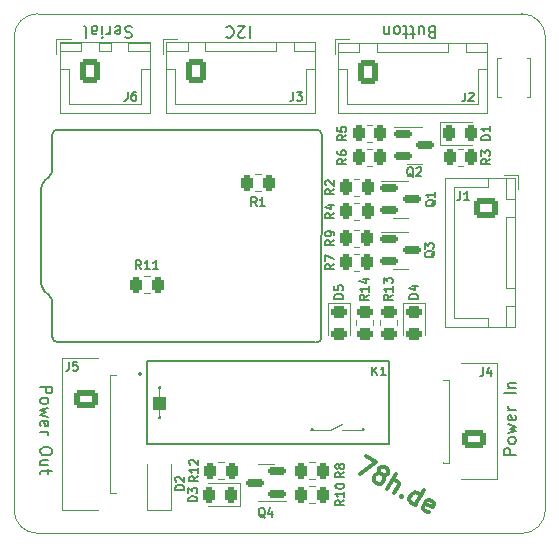
<source format=gto>
G04 #@! TF.GenerationSoftware,KiCad,Pcbnew,(6.0.7)*
G04 #@! TF.CreationDate,2022-12-11T16:42:55+01:00*
G04 #@! TF.ProjectId,StartStop_PCB,53746172-7453-4746-9f70-5f5043422e6b,rev?*
G04 #@! TF.SameCoordinates,Original*
G04 #@! TF.FileFunction,Legend,Top*
G04 #@! TF.FilePolarity,Positive*
%FSLAX46Y46*%
G04 Gerber Fmt 4.6, Leading zero omitted, Abs format (unit mm)*
G04 Created by KiCad (PCBNEW (6.0.7)) date 2022-12-11 16:42:55*
%MOMM*%
%LPD*%
G01*
G04 APERTURE LIST*
G04 Aperture macros list*
%AMRoundRect*
0 Rectangle with rounded corners*
0 $1 Rounding radius*
0 $2 $3 $4 $5 $6 $7 $8 $9 X,Y pos of 4 corners*
0 Add a 4 corners polygon primitive as box body*
4,1,4,$2,$3,$4,$5,$6,$7,$8,$9,$2,$3,0*
0 Add four circle primitives for the rounded corners*
1,1,$1+$1,$2,$3*
1,1,$1+$1,$4,$5*
1,1,$1+$1,$6,$7*
1,1,$1+$1,$8,$9*
0 Add four rect primitives between the rounded corners*
20,1,$1+$1,$2,$3,$4,$5,0*
20,1,$1+$1,$4,$5,$6,$7,0*
20,1,$1+$1,$6,$7,$8,$9,0*
20,1,$1+$1,$8,$9,$2,$3,0*%
G04 Aperture macros list end*
%ADD10C,0.300000*%
G04 #@! TA.AperFunction,Profile*
%ADD11C,0.100000*%
G04 #@! TD*
%ADD12C,0.150000*%
%ADD13C,0.120000*%
%ADD14C,0.200000*%
%ADD15C,0.254000*%
%ADD16C,0.100000*%
%ADD17RoundRect,0.250000X-0.600000X-0.750000X0.600000X-0.750000X0.600000X0.750000X-0.600000X0.750000X0*%
%ADD18O,1.700000X2.000000*%
%ADD19RoundRect,0.250000X-0.262500X-0.450000X0.262500X-0.450000X0.262500X0.450000X-0.262500X0.450000X0*%
%ADD20C,1.270000*%
%ADD21RoundRect,0.250001X-0.759999X0.499999X-0.759999X-0.499999X0.759999X-0.499999X0.759999X0.499999X0*%
%ADD22O,2.020000X1.500000*%
%ADD23R,2.000000X1.200000*%
%ADD24RoundRect,0.250000X0.450000X-0.262500X0.450000X0.262500X-0.450000X0.262500X-0.450000X-0.262500X0*%
%ADD25RoundRect,0.250000X-0.725000X0.600000X-0.725000X-0.600000X0.725000X-0.600000X0.725000X0.600000X0*%
%ADD26O,1.950000X1.700000*%
%ADD27RoundRect,0.150000X-0.587500X-0.150000X0.587500X-0.150000X0.587500X0.150000X-0.587500X0.150000X0*%
%ADD28C,1.955800*%
%ADD29RoundRect,0.250000X-0.600000X-0.725000X0.600000X-0.725000X0.600000X0.725000X-0.600000X0.725000X0*%
%ADD30O,1.700000X1.950000*%
%ADD31RoundRect,0.243750X-0.456250X0.243750X-0.456250X-0.243750X0.456250X-0.243750X0.456250X0.243750X0*%
%ADD32C,3.200000*%
%ADD33RoundRect,0.250000X0.262500X0.450000X-0.262500X0.450000X-0.262500X-0.450000X0.262500X-0.450000X0*%
%ADD34RoundRect,0.150000X0.587500X0.150000X-0.587500X0.150000X-0.587500X-0.150000X0.587500X-0.150000X0*%
%ADD35RoundRect,0.243750X0.243750X0.456250X-0.243750X0.456250X-0.243750X-0.456250X0.243750X-0.456250X0*%
%ADD36R,1.200000X0.900000*%
%ADD37C,1.650000*%
%ADD38RoundRect,0.243750X-0.243750X-0.456250X0.243750X-0.456250X0.243750X0.456250X-0.243750X0.456250X0*%
%ADD39RoundRect,0.250001X0.759999X-0.499999X0.759999X0.499999X-0.759999X0.499999X-0.759999X-0.499999X0*%
G04 APERTURE END LIST*
D10*
X130769366Y-74464907D02*
X131635391Y-74964907D01*
X130328661Y-75942517D01*
X131994411Y-75914495D02*
X131906408Y-75781207D01*
X131880263Y-75683634D01*
X131889833Y-75524202D01*
X131925547Y-75462343D01*
X132058834Y-75374339D01*
X132156408Y-75348195D01*
X132315840Y-75357764D01*
X132563276Y-75500621D01*
X132651279Y-75633909D01*
X132677424Y-75731482D01*
X132667854Y-75890914D01*
X132632140Y-75952773D01*
X132498853Y-76040777D01*
X132401279Y-76066922D01*
X132241847Y-76057352D01*
X131994411Y-75914495D01*
X131834979Y-75904925D01*
X131737406Y-75931070D01*
X131604118Y-76019074D01*
X131461261Y-76266509D01*
X131451692Y-76425942D01*
X131477836Y-76523515D01*
X131565840Y-76656802D01*
X131813276Y-76799660D01*
X131972708Y-76809229D01*
X132070281Y-76783085D01*
X132203569Y-76695081D01*
X132346426Y-76447645D01*
X132355995Y-76288213D01*
X132329851Y-76190640D01*
X132241847Y-76057352D01*
X132617442Y-77263945D02*
X133367442Y-75964907D01*
X133174173Y-77585374D02*
X133567030Y-76904925D01*
X133576600Y-76745493D01*
X133488596Y-76612206D01*
X133303019Y-76505063D01*
X133143587Y-76495493D01*
X133046014Y-76521638D01*
X133864191Y-77818799D02*
X133890336Y-77916372D01*
X133792762Y-77942517D01*
X133766618Y-77844943D01*
X133864191Y-77818799D01*
X133792762Y-77942517D01*
X134968083Y-78621088D02*
X135718083Y-77322050D01*
X135003797Y-78559229D02*
X134844365Y-78549660D01*
X134596929Y-78406802D01*
X134508925Y-78273515D01*
X134482780Y-78175942D01*
X134492350Y-78016509D01*
X134706636Y-77645356D01*
X134839923Y-77557352D01*
X134937497Y-77531207D01*
X135096929Y-77540777D01*
X135344365Y-77683634D01*
X135432368Y-77816922D01*
X136117258Y-79202086D02*
X135957826Y-79192517D01*
X135710390Y-79049660D01*
X135622386Y-78916372D01*
X135631956Y-78756940D01*
X135917670Y-78262068D01*
X136050958Y-78174065D01*
X136210390Y-78183634D01*
X136457826Y-78326491D01*
X136545829Y-78459779D01*
X136536260Y-78619211D01*
X136464831Y-78742929D01*
X135774813Y-78509504D01*
D11*
X144000000Y-81000000D02*
G75*
G03*
X146000000Y-79000000I0J2000000D01*
G01*
X103000000Y-37000000D02*
G75*
G03*
X101000000Y-39000000I0J-2000000D01*
G01*
X146000000Y-79000000D02*
X146000000Y-39000000D01*
X144000000Y-37000000D02*
X103000000Y-37000000D01*
X101000000Y-39000000D02*
X101000000Y-79000000D01*
X146000000Y-39000000D02*
G75*
G03*
X144000000Y-37000000I-2000000J0D01*
G01*
X101000000Y-79000000D02*
G75*
G03*
X103000000Y-81000000I2000000J0D01*
G01*
X103000000Y-81000000D02*
X144000000Y-81000000D01*
D12*
X143505180Y-74345419D02*
X142505180Y-74345419D01*
X142505180Y-73964466D01*
X142552800Y-73869228D01*
X142600419Y-73821609D01*
X142695657Y-73773990D01*
X142838514Y-73773990D01*
X142933752Y-73821609D01*
X142981371Y-73869228D01*
X143028990Y-73964466D01*
X143028990Y-74345419D01*
X143505180Y-73202561D02*
X143457561Y-73297800D01*
X143409942Y-73345419D01*
X143314704Y-73393038D01*
X143028990Y-73393038D01*
X142933752Y-73345419D01*
X142886133Y-73297800D01*
X142838514Y-73202561D01*
X142838514Y-73059704D01*
X142886133Y-72964466D01*
X142933752Y-72916847D01*
X143028990Y-72869228D01*
X143314704Y-72869228D01*
X143409942Y-72916847D01*
X143457561Y-72964466D01*
X143505180Y-73059704D01*
X143505180Y-73202561D01*
X142838514Y-72535895D02*
X143505180Y-72345419D01*
X143028990Y-72154942D01*
X143505180Y-71964466D01*
X142838514Y-71773990D01*
X143457561Y-71012085D02*
X143505180Y-71107323D01*
X143505180Y-71297800D01*
X143457561Y-71393038D01*
X143362323Y-71440657D01*
X142981371Y-71440657D01*
X142886133Y-71393038D01*
X142838514Y-71297800D01*
X142838514Y-71107323D01*
X142886133Y-71012085D01*
X142981371Y-70964466D01*
X143076609Y-70964466D01*
X143171847Y-71440657D01*
X143505180Y-70535895D02*
X142838514Y-70535895D01*
X143028990Y-70535895D02*
X142933752Y-70488276D01*
X142886133Y-70440657D01*
X142838514Y-70345419D01*
X142838514Y-70250180D01*
X143505180Y-69154942D02*
X142505180Y-69154942D01*
X142838514Y-68678752D02*
X143505180Y-68678752D01*
X142933752Y-68678752D02*
X142886133Y-68631133D01*
X142838514Y-68535895D01*
X142838514Y-68393038D01*
X142886133Y-68297800D01*
X142981371Y-68250180D01*
X143505180Y-68250180D01*
X110976190Y-38095238D02*
X110833333Y-38047619D01*
X110595238Y-38047619D01*
X110500000Y-38095238D01*
X110452380Y-38142857D01*
X110404761Y-38238095D01*
X110404761Y-38333333D01*
X110452380Y-38428571D01*
X110500000Y-38476190D01*
X110595238Y-38523809D01*
X110785714Y-38571428D01*
X110880952Y-38619047D01*
X110928571Y-38666666D01*
X110976190Y-38761904D01*
X110976190Y-38857142D01*
X110928571Y-38952380D01*
X110880952Y-39000000D01*
X110785714Y-39047619D01*
X110547619Y-39047619D01*
X110404761Y-39000000D01*
X109595238Y-38095238D02*
X109690476Y-38047619D01*
X109880952Y-38047619D01*
X109976190Y-38095238D01*
X110023809Y-38190476D01*
X110023809Y-38571428D01*
X109976190Y-38666666D01*
X109880952Y-38714285D01*
X109690476Y-38714285D01*
X109595238Y-38666666D01*
X109547619Y-38571428D01*
X109547619Y-38476190D01*
X110023809Y-38380952D01*
X109119047Y-38047619D02*
X109119047Y-38714285D01*
X109119047Y-38523809D02*
X109071428Y-38619047D01*
X109023809Y-38666666D01*
X108928571Y-38714285D01*
X108833333Y-38714285D01*
X108500000Y-38047619D02*
X108500000Y-38714285D01*
X108500000Y-39047619D02*
X108547619Y-39000000D01*
X108500000Y-38952380D01*
X108452380Y-39000000D01*
X108500000Y-39047619D01*
X108500000Y-38952380D01*
X107595238Y-38047619D02*
X107595238Y-38571428D01*
X107642857Y-38666666D01*
X107738095Y-38714285D01*
X107928571Y-38714285D01*
X108023809Y-38666666D01*
X107595238Y-38095238D02*
X107690476Y-38047619D01*
X107928571Y-38047619D01*
X108023809Y-38095238D01*
X108071428Y-38190476D01*
X108071428Y-38285714D01*
X108023809Y-38380952D01*
X107928571Y-38428571D01*
X107690476Y-38428571D01*
X107595238Y-38476190D01*
X106976190Y-38047619D02*
X107071428Y-38095238D01*
X107119047Y-38190476D01*
X107119047Y-39047619D01*
X120976190Y-38047619D02*
X120976190Y-39047619D01*
X120547619Y-38952380D02*
X120500000Y-39000000D01*
X120404761Y-39047619D01*
X120166666Y-39047619D01*
X120071428Y-39000000D01*
X120023809Y-38952380D01*
X119976190Y-38857142D01*
X119976190Y-38761904D01*
X120023809Y-38619047D01*
X120595238Y-38047619D01*
X119976190Y-38047619D01*
X118976190Y-38142857D02*
X119023809Y-38095238D01*
X119166666Y-38047619D01*
X119261904Y-38047619D01*
X119404761Y-38095238D01*
X119500000Y-38190476D01*
X119547619Y-38285714D01*
X119595238Y-38476190D01*
X119595238Y-38619047D01*
X119547619Y-38809523D01*
X119500000Y-38904761D01*
X119404761Y-39000000D01*
X119261904Y-39047619D01*
X119166666Y-39047619D01*
X119023809Y-39000000D01*
X118976190Y-38952380D01*
X136357142Y-38571428D02*
X136214285Y-38523809D01*
X136166666Y-38476190D01*
X136119047Y-38380952D01*
X136119047Y-38238095D01*
X136166666Y-38142857D01*
X136214285Y-38095238D01*
X136309523Y-38047619D01*
X136690476Y-38047619D01*
X136690476Y-39047619D01*
X136357142Y-39047619D01*
X136261904Y-39000000D01*
X136214285Y-38952380D01*
X136166666Y-38857142D01*
X136166666Y-38761904D01*
X136214285Y-38666666D01*
X136261904Y-38619047D01*
X136357142Y-38571428D01*
X136690476Y-38571428D01*
X135261904Y-38714285D02*
X135261904Y-38047619D01*
X135690476Y-38714285D02*
X135690476Y-38190476D01*
X135642857Y-38095238D01*
X135547619Y-38047619D01*
X135404761Y-38047619D01*
X135309523Y-38095238D01*
X135261904Y-38142857D01*
X134928571Y-38714285D02*
X134547619Y-38714285D01*
X134785714Y-39047619D02*
X134785714Y-38190476D01*
X134738095Y-38095238D01*
X134642857Y-38047619D01*
X134547619Y-38047619D01*
X134357142Y-38714285D02*
X133976190Y-38714285D01*
X134214285Y-39047619D02*
X134214285Y-38190476D01*
X134166666Y-38095238D01*
X134071428Y-38047619D01*
X133976190Y-38047619D01*
X133500000Y-38047619D02*
X133595238Y-38095238D01*
X133642857Y-38142857D01*
X133690476Y-38238095D01*
X133690476Y-38523809D01*
X133642857Y-38619047D01*
X133595238Y-38666666D01*
X133500000Y-38714285D01*
X133357142Y-38714285D01*
X133261904Y-38666666D01*
X133214285Y-38619047D01*
X133166666Y-38523809D01*
X133166666Y-38238095D01*
X133214285Y-38142857D01*
X133261904Y-38095238D01*
X133357142Y-38047619D01*
X133500000Y-38047619D01*
X132738095Y-38714285D02*
X132738095Y-38047619D01*
X132738095Y-38619047D02*
X132690476Y-38666666D01*
X132595238Y-38714285D01*
X132452380Y-38714285D01*
X132357142Y-38666666D01*
X132309523Y-38571428D01*
X132309523Y-38047619D01*
X103230419Y-68567752D02*
X104230419Y-68567752D01*
X104230419Y-68948704D01*
X104182800Y-69043942D01*
X104135180Y-69091561D01*
X104039942Y-69139180D01*
X103897085Y-69139180D01*
X103801847Y-69091561D01*
X103754228Y-69043942D01*
X103706609Y-68948704D01*
X103706609Y-68567752D01*
X103230419Y-69710609D02*
X103278038Y-69615371D01*
X103325657Y-69567752D01*
X103420895Y-69520133D01*
X103706609Y-69520133D01*
X103801847Y-69567752D01*
X103849466Y-69615371D01*
X103897085Y-69710609D01*
X103897085Y-69853466D01*
X103849466Y-69948704D01*
X103801847Y-69996323D01*
X103706609Y-70043942D01*
X103420895Y-70043942D01*
X103325657Y-69996323D01*
X103278038Y-69948704D01*
X103230419Y-69853466D01*
X103230419Y-69710609D01*
X103897085Y-70377276D02*
X103230419Y-70567752D01*
X103706609Y-70758228D01*
X103230419Y-70948704D01*
X103897085Y-71139180D01*
X103278038Y-71901085D02*
X103230419Y-71805847D01*
X103230419Y-71615371D01*
X103278038Y-71520133D01*
X103373276Y-71472514D01*
X103754228Y-71472514D01*
X103849466Y-71520133D01*
X103897085Y-71615371D01*
X103897085Y-71805847D01*
X103849466Y-71901085D01*
X103754228Y-71948704D01*
X103658990Y-71948704D01*
X103563752Y-71472514D01*
X103230419Y-72377276D02*
X103897085Y-72377276D01*
X103706609Y-72377276D02*
X103801847Y-72424895D01*
X103849466Y-72472514D01*
X103897085Y-72567752D01*
X103897085Y-72662990D01*
X104230419Y-73948704D02*
X104230419Y-74139180D01*
X104182800Y-74234419D01*
X104087561Y-74329657D01*
X103897085Y-74377276D01*
X103563752Y-74377276D01*
X103373276Y-74329657D01*
X103278038Y-74234419D01*
X103230419Y-74139180D01*
X103230419Y-73948704D01*
X103278038Y-73853466D01*
X103373276Y-73758228D01*
X103563752Y-73710609D01*
X103897085Y-73710609D01*
X104087561Y-73758228D01*
X104182800Y-73853466D01*
X104230419Y-73948704D01*
X103897085Y-75234419D02*
X103230419Y-75234419D01*
X103897085Y-74805847D02*
X103373276Y-74805847D01*
X103278038Y-74853466D01*
X103230419Y-74948704D01*
X103230419Y-75091561D01*
X103278038Y-75186800D01*
X103325657Y-75234419D01*
X103897085Y-75567752D02*
X103897085Y-75948704D01*
X104230419Y-75710609D02*
X103373276Y-75710609D01*
X103278038Y-75758228D01*
X103230419Y-75853466D01*
X103230419Y-75948704D01*
X110621000Y-43607485D02*
X110621000Y-44143200D01*
X110585285Y-44250342D01*
X110513857Y-44321771D01*
X110406714Y-44357485D01*
X110335285Y-44357485D01*
X111299571Y-43607485D02*
X111156714Y-43607485D01*
X111085285Y-43643200D01*
X111049571Y-43678914D01*
X110978142Y-43786057D01*
X110942428Y-43928914D01*
X110942428Y-44214628D01*
X110978142Y-44286057D01*
X111013857Y-44321771D01*
X111085285Y-44357485D01*
X111228142Y-44357485D01*
X111299571Y-44321771D01*
X111335285Y-44286057D01*
X111371000Y-44214628D01*
X111371000Y-44036057D01*
X111335285Y-43964628D01*
X111299571Y-43928914D01*
X111228142Y-43893200D01*
X111085285Y-43893200D01*
X111013857Y-43928914D01*
X110978142Y-43964628D01*
X110942428Y-44036057D01*
X128101285Y-51814000D02*
X127744142Y-52064000D01*
X128101285Y-52242571D02*
X127351285Y-52242571D01*
X127351285Y-51956857D01*
X127387000Y-51885428D01*
X127422714Y-51849714D01*
X127494142Y-51814000D01*
X127601285Y-51814000D01*
X127672714Y-51849714D01*
X127708428Y-51885428D01*
X127744142Y-51956857D01*
X127744142Y-52242571D01*
X127422714Y-51528285D02*
X127387000Y-51492571D01*
X127351285Y-51421142D01*
X127351285Y-51242571D01*
X127387000Y-51171142D01*
X127422714Y-51135428D01*
X127494142Y-51099714D01*
X127565571Y-51099714D01*
X127672714Y-51135428D01*
X128101285Y-51564000D01*
X128101285Y-51099714D01*
X105668000Y-66467485D02*
X105668000Y-67003200D01*
X105632285Y-67110342D01*
X105560857Y-67181771D01*
X105453714Y-67217485D01*
X105382285Y-67217485D01*
X106382285Y-66467485D02*
X106025142Y-66467485D01*
X105989428Y-66824628D01*
X106025142Y-66788914D01*
X106096571Y-66753200D01*
X106275142Y-66753200D01*
X106346571Y-66788914D01*
X106382285Y-66824628D01*
X106418000Y-66896057D01*
X106418000Y-67074628D01*
X106382285Y-67146057D01*
X106346571Y-67181771D01*
X106275142Y-67217485D01*
X106096571Y-67217485D01*
X106025142Y-67181771D01*
X105989428Y-67146057D01*
X133054285Y-60807142D02*
X132697142Y-61057142D01*
X133054285Y-61235714D02*
X132304285Y-61235714D01*
X132304285Y-60950000D01*
X132340000Y-60878571D01*
X132375714Y-60842857D01*
X132447142Y-60807142D01*
X132554285Y-60807142D01*
X132625714Y-60842857D01*
X132661428Y-60878571D01*
X132697142Y-60950000D01*
X132697142Y-61235714D01*
X133054285Y-60092857D02*
X133054285Y-60521428D01*
X133054285Y-60307142D02*
X132304285Y-60307142D01*
X132411428Y-60378571D01*
X132482857Y-60450000D01*
X132518571Y-60521428D01*
X132304285Y-59842857D02*
X132304285Y-59378571D01*
X132590000Y-59628571D01*
X132590000Y-59521428D01*
X132625714Y-59450000D01*
X132661428Y-59414285D01*
X132732857Y-59378571D01*
X132911428Y-59378571D01*
X132982857Y-59414285D01*
X133018571Y-59450000D01*
X133054285Y-59521428D01*
X133054285Y-59735714D01*
X133018571Y-59807142D01*
X132982857Y-59842857D01*
X138789600Y-52040285D02*
X138789600Y-52576000D01*
X138753885Y-52683142D01*
X138682457Y-52754571D01*
X138575314Y-52790285D01*
X138503885Y-52790285D01*
X139539600Y-52790285D02*
X139111028Y-52790285D01*
X139325314Y-52790285D02*
X139325314Y-52040285D01*
X139253885Y-52147428D01*
X139182457Y-52218857D01*
X139111028Y-52254571D01*
X128966785Y-78206142D02*
X128609642Y-78456142D01*
X128966785Y-78634714D02*
X128216785Y-78634714D01*
X128216785Y-78349000D01*
X128252500Y-78277571D01*
X128288214Y-78241857D01*
X128359642Y-78206142D01*
X128466785Y-78206142D01*
X128538214Y-78241857D01*
X128573928Y-78277571D01*
X128609642Y-78349000D01*
X128609642Y-78634714D01*
X128966785Y-77491857D02*
X128966785Y-77920428D01*
X128966785Y-77706142D02*
X128216785Y-77706142D01*
X128323928Y-77777571D01*
X128395357Y-77849000D01*
X128431071Y-77920428D01*
X128216785Y-77027571D02*
X128216785Y-76956142D01*
X128252500Y-76884714D01*
X128288214Y-76849000D01*
X128359642Y-76813285D01*
X128502500Y-76777571D01*
X128681071Y-76777571D01*
X128823928Y-76813285D01*
X128895357Y-76849000D01*
X128931071Y-76884714D01*
X128966785Y-76956142D01*
X128966785Y-77027571D01*
X128931071Y-77099000D01*
X128895357Y-77134714D01*
X128823928Y-77170428D01*
X128681071Y-77206142D01*
X128502500Y-77206142D01*
X128359642Y-77170428D01*
X128288214Y-77134714D01*
X128252500Y-77099000D01*
X128216785Y-77027571D01*
X134827971Y-50829714D02*
X134756542Y-50794000D01*
X134685114Y-50722571D01*
X134577971Y-50615428D01*
X134506542Y-50579714D01*
X134435114Y-50579714D01*
X134470828Y-50758285D02*
X134399400Y-50722571D01*
X134327971Y-50651142D01*
X134292257Y-50508285D01*
X134292257Y-50258285D01*
X134327971Y-50115428D01*
X134399400Y-50044000D01*
X134470828Y-50008285D01*
X134613685Y-50008285D01*
X134685114Y-50044000D01*
X134756542Y-50115428D01*
X134792257Y-50258285D01*
X134792257Y-50508285D01*
X134756542Y-50651142D01*
X134685114Y-50722571D01*
X134613685Y-50758285D01*
X134470828Y-50758285D01*
X135077971Y-50079714D02*
X135113685Y-50044000D01*
X135185114Y-50008285D01*
X135363685Y-50008285D01*
X135435114Y-50044000D01*
X135470828Y-50079714D01*
X135506542Y-50151142D01*
X135506542Y-50222571D01*
X135470828Y-50329714D01*
X135042257Y-50758285D01*
X135506542Y-50758285D01*
X136630914Y-57094428D02*
X136595200Y-57165857D01*
X136523771Y-57237285D01*
X136416628Y-57344428D01*
X136380914Y-57415857D01*
X136380914Y-57487285D01*
X136559485Y-57451571D02*
X136523771Y-57523000D01*
X136452342Y-57594428D01*
X136309485Y-57630142D01*
X136059485Y-57630142D01*
X135916628Y-57594428D01*
X135845200Y-57523000D01*
X135809485Y-57451571D01*
X135809485Y-57308714D01*
X135845200Y-57237285D01*
X135916628Y-57165857D01*
X136059485Y-57130142D01*
X136309485Y-57130142D01*
X136452342Y-57165857D01*
X136523771Y-57237285D01*
X136559485Y-57308714D01*
X136559485Y-57451571D01*
X135809485Y-56880142D02*
X135809485Y-56415857D01*
X136095200Y-56665857D01*
X136095200Y-56558714D01*
X136130914Y-56487285D01*
X136166628Y-56451571D01*
X136238057Y-56415857D01*
X136416628Y-56415857D01*
X136488057Y-56451571D01*
X136523771Y-56487285D01*
X136559485Y-56558714D01*
X136559485Y-56773000D01*
X136523771Y-56844428D01*
X136488057Y-56880142D01*
X141332785Y-49274000D02*
X140975642Y-49524000D01*
X141332785Y-49702571D02*
X140582785Y-49702571D01*
X140582785Y-49416857D01*
X140618500Y-49345428D01*
X140654214Y-49309714D01*
X140725642Y-49274000D01*
X140832785Y-49274000D01*
X140904214Y-49309714D01*
X140939928Y-49345428D01*
X140975642Y-49416857D01*
X140975642Y-49702571D01*
X140582785Y-49024000D02*
X140582785Y-48559714D01*
X140868500Y-48809714D01*
X140868500Y-48702571D01*
X140904214Y-48631142D01*
X140939928Y-48595428D01*
X141011357Y-48559714D01*
X141189928Y-48559714D01*
X141261357Y-48595428D01*
X141297071Y-48631142D01*
X141332785Y-48702571D01*
X141332785Y-48916857D01*
X141297071Y-48988285D01*
X141261357Y-49024000D01*
X124641800Y-43632885D02*
X124641800Y-44168600D01*
X124606085Y-44275742D01*
X124534657Y-44347171D01*
X124427514Y-44382885D01*
X124356085Y-44382885D01*
X124927514Y-43632885D02*
X125391800Y-43632885D01*
X125141800Y-43918600D01*
X125248942Y-43918600D01*
X125320371Y-43954314D01*
X125356085Y-43990028D01*
X125391800Y-44061457D01*
X125391800Y-44240028D01*
X125356085Y-44311457D01*
X125320371Y-44347171D01*
X125248942Y-44382885D01*
X125034657Y-44382885D01*
X124963228Y-44347171D01*
X124927514Y-44311457D01*
X135213285Y-61132571D02*
X134463285Y-61132571D01*
X134463285Y-60954000D01*
X134499000Y-60846857D01*
X134570428Y-60775428D01*
X134641857Y-60739714D01*
X134784714Y-60704000D01*
X134891857Y-60704000D01*
X135034714Y-60739714D01*
X135106142Y-60775428D01*
X135177571Y-60846857D01*
X135213285Y-60954000D01*
X135213285Y-61132571D01*
X134713285Y-60061142D02*
X135213285Y-60061142D01*
X134427571Y-60239714D02*
X134963285Y-60418285D01*
X134963285Y-59954000D01*
X128101285Y-58164000D02*
X127744142Y-58414000D01*
X128101285Y-58592571D02*
X127351285Y-58592571D01*
X127351285Y-58306857D01*
X127387000Y-58235428D01*
X127422714Y-58199714D01*
X127494142Y-58164000D01*
X127601285Y-58164000D01*
X127672714Y-58199714D01*
X127708428Y-58235428D01*
X127744142Y-58306857D01*
X127744142Y-58592571D01*
X127351285Y-57914000D02*
X127351285Y-57414000D01*
X128101285Y-57735428D01*
X116592785Y-76174142D02*
X116235642Y-76424142D01*
X116592785Y-76602714D02*
X115842785Y-76602714D01*
X115842785Y-76317000D01*
X115878500Y-76245571D01*
X115914214Y-76209857D01*
X115985642Y-76174142D01*
X116092785Y-76174142D01*
X116164214Y-76209857D01*
X116199928Y-76245571D01*
X116235642Y-76317000D01*
X116235642Y-76602714D01*
X116592785Y-75459857D02*
X116592785Y-75888428D01*
X116592785Y-75674142D02*
X115842785Y-75674142D01*
X115949928Y-75745571D01*
X116021357Y-75817000D01*
X116057071Y-75888428D01*
X115914214Y-75174142D02*
X115878500Y-75138428D01*
X115842785Y-75067000D01*
X115842785Y-74888428D01*
X115878500Y-74817000D01*
X115914214Y-74781285D01*
X115985642Y-74745571D01*
X116057071Y-74745571D01*
X116164214Y-74781285D01*
X116592785Y-75209857D01*
X116592785Y-74745571D01*
X129140785Y-49274000D02*
X128783642Y-49524000D01*
X129140785Y-49702571D02*
X128390785Y-49702571D01*
X128390785Y-49416857D01*
X128426500Y-49345428D01*
X128462214Y-49309714D01*
X128533642Y-49274000D01*
X128640785Y-49274000D01*
X128712214Y-49309714D01*
X128747928Y-49345428D01*
X128783642Y-49416857D01*
X128783642Y-49702571D01*
X128390785Y-48631142D02*
X128390785Y-48774000D01*
X128426500Y-48845428D01*
X128462214Y-48881142D01*
X128569357Y-48952571D01*
X128712214Y-48988285D01*
X128997928Y-48988285D01*
X129069357Y-48952571D01*
X129105071Y-48916857D01*
X129140785Y-48845428D01*
X129140785Y-48702571D01*
X129105071Y-48631142D01*
X129069357Y-48595428D01*
X128997928Y-48559714D01*
X128819357Y-48559714D01*
X128747928Y-48595428D01*
X128712214Y-48631142D01*
X128676500Y-48702571D01*
X128676500Y-48845428D01*
X128712214Y-48916857D01*
X128747928Y-48952571D01*
X128819357Y-48988285D01*
X128101285Y-56132000D02*
X127744142Y-56382000D01*
X128101285Y-56560571D02*
X127351285Y-56560571D01*
X127351285Y-56274857D01*
X127387000Y-56203428D01*
X127422714Y-56167714D01*
X127494142Y-56132000D01*
X127601285Y-56132000D01*
X127672714Y-56167714D01*
X127708428Y-56203428D01*
X127744142Y-56274857D01*
X127744142Y-56560571D01*
X128101285Y-55774857D02*
X128101285Y-55632000D01*
X128065571Y-55560571D01*
X128029857Y-55524857D01*
X127922714Y-55453428D01*
X127779857Y-55417714D01*
X127494142Y-55417714D01*
X127422714Y-55453428D01*
X127387000Y-55489142D01*
X127351285Y-55560571D01*
X127351285Y-55703428D01*
X127387000Y-55774857D01*
X127422714Y-55810571D01*
X127494142Y-55846285D01*
X127672714Y-55846285D01*
X127744142Y-55810571D01*
X127779857Y-55774857D01*
X127815571Y-55703428D01*
X127815571Y-55560571D01*
X127779857Y-55489142D01*
X127744142Y-55453428D01*
X127672714Y-55417714D01*
X128966785Y-75817000D02*
X128609642Y-76067000D01*
X128966785Y-76245571D02*
X128216785Y-76245571D01*
X128216785Y-75959857D01*
X128252500Y-75888428D01*
X128288214Y-75852714D01*
X128359642Y-75817000D01*
X128466785Y-75817000D01*
X128538214Y-75852714D01*
X128573928Y-75888428D01*
X128609642Y-75959857D01*
X128609642Y-76245571D01*
X128538214Y-75388428D02*
X128502500Y-75459857D01*
X128466785Y-75495571D01*
X128395357Y-75531285D01*
X128359642Y-75531285D01*
X128288214Y-75495571D01*
X128252500Y-75459857D01*
X128216785Y-75388428D01*
X128216785Y-75245571D01*
X128252500Y-75174142D01*
X128288214Y-75138428D01*
X128359642Y-75102714D01*
X128395357Y-75102714D01*
X128466785Y-75138428D01*
X128502500Y-75174142D01*
X128538214Y-75245571D01*
X128538214Y-75388428D01*
X128573928Y-75459857D01*
X128609642Y-75495571D01*
X128681071Y-75531285D01*
X128823928Y-75531285D01*
X128895357Y-75495571D01*
X128931071Y-75459857D01*
X128966785Y-75388428D01*
X128966785Y-75245571D01*
X128931071Y-75174142D01*
X128895357Y-75138428D01*
X128823928Y-75102714D01*
X128681071Y-75102714D01*
X128609642Y-75138428D01*
X128573928Y-75174142D01*
X128538214Y-75245571D01*
X122254571Y-79658714D02*
X122183142Y-79623000D01*
X122111714Y-79551571D01*
X122004571Y-79444428D01*
X121933142Y-79408714D01*
X121861714Y-79408714D01*
X121897428Y-79587285D02*
X121826000Y-79551571D01*
X121754571Y-79480142D01*
X121718857Y-79337285D01*
X121718857Y-79087285D01*
X121754571Y-78944428D01*
X121826000Y-78873000D01*
X121897428Y-78837285D01*
X122040285Y-78837285D01*
X122111714Y-78873000D01*
X122183142Y-78944428D01*
X122218857Y-79087285D01*
X122218857Y-79337285D01*
X122183142Y-79480142D01*
X122111714Y-79551571D01*
X122040285Y-79587285D01*
X121897428Y-79587285D01*
X122861714Y-79087285D02*
X122861714Y-79587285D01*
X122683142Y-78801571D02*
X122504571Y-79337285D01*
X122968857Y-79337285D01*
X116520785Y-78277571D02*
X115770785Y-78277571D01*
X115770785Y-78099000D01*
X115806500Y-77991857D01*
X115877928Y-77920428D01*
X115949357Y-77884714D01*
X116092214Y-77849000D01*
X116199357Y-77849000D01*
X116342214Y-77884714D01*
X116413642Y-77920428D01*
X116485071Y-77991857D01*
X116520785Y-78099000D01*
X116520785Y-78277571D01*
X115770785Y-77599000D02*
X115770785Y-77134714D01*
X116056500Y-77384714D01*
X116056500Y-77277571D01*
X116092214Y-77206142D01*
X116127928Y-77170428D01*
X116199357Y-77134714D01*
X116377928Y-77134714D01*
X116449357Y-77170428D01*
X116485071Y-77206142D01*
X116520785Y-77277571D01*
X116520785Y-77491857D01*
X116485071Y-77563285D01*
X116449357Y-77599000D01*
X139196000Y-43683685D02*
X139196000Y-44219400D01*
X139160285Y-44326542D01*
X139088857Y-44397971D01*
X138981714Y-44433685D01*
X138910285Y-44433685D01*
X139517428Y-43755114D02*
X139553142Y-43719400D01*
X139624571Y-43683685D01*
X139803142Y-43683685D01*
X139874571Y-43719400D01*
X139910285Y-43755114D01*
X139946000Y-43826542D01*
X139946000Y-43897971D01*
X139910285Y-44005114D01*
X139481714Y-44433685D01*
X139946000Y-44433685D01*
X128101285Y-53846000D02*
X127744142Y-54096000D01*
X128101285Y-54274571D02*
X127351285Y-54274571D01*
X127351285Y-53988857D01*
X127387000Y-53917428D01*
X127422714Y-53881714D01*
X127494142Y-53846000D01*
X127601285Y-53846000D01*
X127672714Y-53881714D01*
X127708428Y-53917428D01*
X127744142Y-53988857D01*
X127744142Y-54274571D01*
X127601285Y-53203142D02*
X128101285Y-53203142D01*
X127315571Y-53381714D02*
X127851285Y-53560285D01*
X127851285Y-53096000D01*
X115401285Y-77338171D02*
X114651285Y-77338171D01*
X114651285Y-77159600D01*
X114687000Y-77052457D01*
X114758428Y-76981028D01*
X114829857Y-76945314D01*
X114972714Y-76909600D01*
X115079857Y-76909600D01*
X115222714Y-76945314D01*
X115294142Y-76981028D01*
X115365571Y-77052457D01*
X115401285Y-77159600D01*
X115401285Y-77338171D01*
X114722714Y-76623885D02*
X114687000Y-76588171D01*
X114651285Y-76516742D01*
X114651285Y-76338171D01*
X114687000Y-76266742D01*
X114722714Y-76231028D01*
X114794142Y-76195314D01*
X114865571Y-76195314D01*
X114972714Y-76231028D01*
X115401285Y-76659600D01*
X115401285Y-76195314D01*
X131022285Y-60807142D02*
X130665142Y-61057142D01*
X131022285Y-61235714D02*
X130272285Y-61235714D01*
X130272285Y-60950000D01*
X130308000Y-60878571D01*
X130343714Y-60842857D01*
X130415142Y-60807142D01*
X130522285Y-60807142D01*
X130593714Y-60842857D01*
X130629428Y-60878571D01*
X130665142Y-60950000D01*
X130665142Y-61235714D01*
X131022285Y-60092857D02*
X131022285Y-60521428D01*
X131022285Y-60307142D02*
X130272285Y-60307142D01*
X130379428Y-60378571D01*
X130450857Y-60450000D01*
X130486571Y-60521428D01*
X130522285Y-59450000D02*
X131022285Y-59450000D01*
X130236571Y-59628571D02*
X130772285Y-59807142D01*
X130772285Y-59342857D01*
X129140785Y-47267400D02*
X128783642Y-47517400D01*
X129140785Y-47695971D02*
X128390785Y-47695971D01*
X128390785Y-47410257D01*
X128426500Y-47338828D01*
X128462214Y-47303114D01*
X128533642Y-47267400D01*
X128640785Y-47267400D01*
X128712214Y-47303114D01*
X128747928Y-47338828D01*
X128783642Y-47410257D01*
X128783642Y-47695971D01*
X128390785Y-46588828D02*
X128390785Y-46945971D01*
X128747928Y-46981685D01*
X128712214Y-46945971D01*
X128676500Y-46874542D01*
X128676500Y-46695971D01*
X128712214Y-46624542D01*
X128747928Y-46588828D01*
X128819357Y-46553114D01*
X128997928Y-46553114D01*
X129069357Y-46588828D01*
X129105071Y-46624542D01*
X129140785Y-46695971D01*
X129140785Y-46874542D01*
X129105071Y-46945971D01*
X129069357Y-46981685D01*
X111785857Y-58632285D02*
X111535857Y-58275142D01*
X111357285Y-58632285D02*
X111357285Y-57882285D01*
X111643000Y-57882285D01*
X111714428Y-57918000D01*
X111750142Y-57953714D01*
X111785857Y-58025142D01*
X111785857Y-58132285D01*
X111750142Y-58203714D01*
X111714428Y-58239428D01*
X111643000Y-58275142D01*
X111357285Y-58275142D01*
X112500142Y-58632285D02*
X112071571Y-58632285D01*
X112285857Y-58632285D02*
X112285857Y-57882285D01*
X112214428Y-57989428D01*
X112143000Y-58060857D01*
X112071571Y-58096571D01*
X113214428Y-58632285D02*
X112785857Y-58632285D01*
X113000142Y-58632285D02*
X113000142Y-57882285D01*
X112928714Y-57989428D01*
X112857285Y-58060857D01*
X112785857Y-58096571D01*
X131348628Y-67623885D02*
X131348628Y-66873885D01*
X131777200Y-67623885D02*
X131455771Y-67195314D01*
X131777200Y-66873885D02*
X131348628Y-67302457D01*
X132491485Y-67623885D02*
X132062914Y-67623885D01*
X132277200Y-67623885D02*
X132277200Y-66873885D01*
X132205771Y-66981028D01*
X132134342Y-67052457D01*
X132062914Y-67088171D01*
X128863285Y-61132571D02*
X128113285Y-61132571D01*
X128113285Y-60954000D01*
X128149000Y-60846857D01*
X128220428Y-60775428D01*
X128291857Y-60739714D01*
X128434714Y-60704000D01*
X128541857Y-60704000D01*
X128684714Y-60739714D01*
X128756142Y-60775428D01*
X128827571Y-60846857D01*
X128863285Y-60954000D01*
X128863285Y-61132571D01*
X128113285Y-60025428D02*
X128113285Y-60382571D01*
X128470428Y-60418285D01*
X128434714Y-60382571D01*
X128399000Y-60311142D01*
X128399000Y-60132571D01*
X128434714Y-60061142D01*
X128470428Y-60025428D01*
X128541857Y-59989714D01*
X128720428Y-59989714D01*
X128791857Y-60025428D01*
X128827571Y-60061142D01*
X128863285Y-60132571D01*
X128863285Y-60311142D01*
X128827571Y-60382571D01*
X128791857Y-60418285D01*
X136681714Y-52776428D02*
X136646000Y-52847857D01*
X136574571Y-52919285D01*
X136467428Y-53026428D01*
X136431714Y-53097857D01*
X136431714Y-53169285D01*
X136610285Y-53133571D02*
X136574571Y-53205000D01*
X136503142Y-53276428D01*
X136360285Y-53312142D01*
X136110285Y-53312142D01*
X135967428Y-53276428D01*
X135896000Y-53205000D01*
X135860285Y-53133571D01*
X135860285Y-52990714D01*
X135896000Y-52919285D01*
X135967428Y-52847857D01*
X136110285Y-52812142D01*
X136360285Y-52812142D01*
X136503142Y-52847857D01*
X136574571Y-52919285D01*
X136610285Y-52990714D01*
X136610285Y-53133571D01*
X136610285Y-52097857D02*
X136610285Y-52526428D01*
X136610285Y-52312142D02*
X135860285Y-52312142D01*
X135967428Y-52383571D01*
X136038857Y-52455000D01*
X136074571Y-52526428D01*
X141332785Y-47670571D02*
X140582785Y-47670571D01*
X140582785Y-47492000D01*
X140618500Y-47384857D01*
X140689928Y-47313428D01*
X140761357Y-47277714D01*
X140904214Y-47242000D01*
X141011357Y-47242000D01*
X141154214Y-47277714D01*
X141225642Y-47313428D01*
X141297071Y-47384857D01*
X141332785Y-47492000D01*
X141332785Y-47670571D01*
X141332785Y-46527714D02*
X141332785Y-46956285D01*
X141332785Y-46742000D02*
X140582785Y-46742000D01*
X140689928Y-46813428D01*
X140761357Y-46884857D01*
X140797071Y-46956285D01*
X140720000Y-66950085D02*
X140720000Y-67485800D01*
X140684285Y-67592942D01*
X140612857Y-67664371D01*
X140505714Y-67700085D01*
X140434285Y-67700085D01*
X141398571Y-67200085D02*
X141398571Y-67700085D01*
X141220000Y-66914371D02*
X141041428Y-67450085D01*
X141505714Y-67450085D01*
X121541000Y-53298285D02*
X121291000Y-52941142D01*
X121112428Y-53298285D02*
X121112428Y-52548285D01*
X121398142Y-52548285D01*
X121469571Y-52584000D01*
X121505285Y-52619714D01*
X121541000Y-52691142D01*
X121541000Y-52798285D01*
X121505285Y-52869714D01*
X121469571Y-52905428D01*
X121398142Y-52941142D01*
X121112428Y-52941142D01*
X122255285Y-53298285D02*
X121826714Y-53298285D01*
X122041000Y-53298285D02*
X122041000Y-52548285D01*
X121969571Y-52655428D01*
X121898142Y-52726857D01*
X121826714Y-52762571D01*
D13*
X109186600Y-40193000D02*
X109186600Y-39443000D01*
X112486600Y-40193000D02*
X112486600Y-39443000D01*
X105636600Y-41693000D02*
X105636600Y-44643000D01*
X108186600Y-39443000D02*
X108186600Y-40193000D01*
X104886600Y-41693000D02*
X105636600Y-41693000D01*
X108186600Y-40193000D02*
X109186600Y-40193000D01*
X112486600Y-41693000D02*
X111736600Y-41693000D01*
X112496600Y-45403000D02*
X112496600Y-39433000D01*
X106686600Y-40193000D02*
X106686600Y-39443000D01*
X105836600Y-39143000D02*
X104586600Y-39143000D01*
X111736600Y-44643000D02*
X108686600Y-44643000D01*
X105636600Y-44643000D02*
X108686600Y-44643000D01*
X106686600Y-39443000D02*
X104886600Y-39443000D01*
X109186600Y-39443000D02*
X108186600Y-39443000D01*
X104876600Y-39433000D02*
X104876600Y-45403000D01*
X111736600Y-41693000D02*
X111736600Y-44643000D01*
X112486600Y-39443000D02*
X110686600Y-39443000D01*
X110686600Y-39443000D02*
X110686600Y-40193000D01*
X112496600Y-39433000D02*
X104876600Y-39433000D01*
X104876600Y-45403000D02*
X112496600Y-45403000D01*
X104886600Y-39443000D02*
X104886600Y-40193000D01*
X104886600Y-40193000D02*
X106686600Y-40193000D01*
X104586600Y-39143000D02*
X104586600Y-40393000D01*
X110686600Y-40193000D02*
X112486600Y-40193000D01*
X129797436Y-52424000D02*
X130251564Y-52424000D01*
X129797436Y-50954000D02*
X130251564Y-50954000D01*
X109641000Y-77611000D02*
X109641000Y-77591000D01*
X109641000Y-67601000D02*
X109641000Y-67581000D01*
X105051000Y-79031000D02*
X108126000Y-79031000D01*
X109141000Y-77611000D02*
X109641000Y-77611000D01*
X109141000Y-67581000D02*
X109141000Y-77611000D01*
X105051000Y-66161000D02*
X105051000Y-79031000D01*
X109641000Y-67581000D02*
X109141000Y-67581000D01*
X108126000Y-66161000D02*
X105051000Y-66161000D01*
X142232200Y-40768000D02*
X141932200Y-40768000D01*
X144732200Y-40768000D02*
X144732200Y-44068000D01*
X144732200Y-44068000D02*
X144432200Y-44068000D01*
X141932200Y-44068000D02*
X142232200Y-44068000D01*
X141932200Y-40768000D02*
X141932200Y-44068000D01*
X144432200Y-40768000D02*
X144732200Y-40768000D01*
X131980000Y-63394564D02*
X131980000Y-62940436D01*
X133450000Y-63394564D02*
X133450000Y-62940436D01*
X142670000Y-63517000D02*
X143420000Y-63517000D01*
X143420000Y-54217000D02*
X142670000Y-54217000D01*
X141170000Y-51667000D02*
X138220000Y-51667000D01*
X143420000Y-50917000D02*
X142670000Y-50917000D01*
X143420000Y-52717000D02*
X143420000Y-50917000D01*
X141170000Y-50917000D02*
X141170000Y-51667000D01*
X142670000Y-54217000D02*
X142670000Y-60217000D01*
X141170000Y-62767000D02*
X138220000Y-62767000D01*
X137460000Y-63527000D02*
X143430000Y-63527000D01*
X143420000Y-63517000D02*
X143420000Y-61717000D01*
X143430000Y-63527000D02*
X143430000Y-50907000D01*
X137460000Y-50907000D02*
X137460000Y-63527000D01*
X142670000Y-50917000D02*
X142670000Y-52717000D01*
X138220000Y-51667000D02*
X138220000Y-57217000D01*
X138220000Y-62767000D02*
X138220000Y-57217000D01*
X142670000Y-60217000D02*
X143420000Y-60217000D01*
X143720000Y-50617000D02*
X142470000Y-50617000D01*
X143430000Y-50907000D02*
X137460000Y-50907000D01*
X143420000Y-61717000D02*
X142670000Y-61717000D01*
X143720000Y-51867000D02*
X143720000Y-50617000D01*
X142670000Y-61717000D02*
X142670000Y-63517000D01*
X142670000Y-52717000D02*
X143420000Y-52717000D01*
X143420000Y-60217000D02*
X143420000Y-54217000D01*
X141170000Y-63517000D02*
X141170000Y-62767000D01*
X126010936Y-78459000D02*
X126465064Y-78459000D01*
X126010936Y-76989000D02*
X126465064Y-76989000D01*
X134897500Y-46573000D02*
X133222500Y-46573000D01*
X134897500Y-49693000D02*
X134247500Y-49693000D01*
X134897500Y-46573000D02*
X135547500Y-46573000D01*
X134897500Y-49693000D02*
X135547500Y-49693000D01*
X133724750Y-58583000D02*
X133074750Y-58583000D01*
X133724750Y-55463000D02*
X132049750Y-55463000D01*
X133724750Y-58583000D02*
X134374750Y-58583000D01*
X133724750Y-55463000D02*
X134374750Y-55463000D01*
X138583936Y-49884000D02*
X139038064Y-49884000D01*
X138583936Y-48414000D02*
X139038064Y-48414000D01*
D14*
X127025810Y-64424000D02*
X127044810Y-47205000D01*
X126517810Y-64805000D02*
X104665191Y-64805000D01*
X103972298Y-60832106D02*
X103578085Y-60437893D01*
X104665191Y-46805000D02*
X126644810Y-46805000D01*
X104265191Y-64405000D02*
X104265191Y-61539212D01*
X104265191Y-50090788D02*
X104265191Y-47205000D01*
X103578085Y-51192107D02*
X103972298Y-50797894D01*
X103285191Y-59730787D02*
X103285191Y-51899213D01*
X126625810Y-64824000D02*
G75*
G03*
X127025810Y-64424000I0J400000D01*
G01*
X104265190Y-64405000D02*
G75*
G03*
X104665191Y-64805000I400000J0D01*
G01*
X127044810Y-47205000D02*
G75*
G03*
X126644810Y-46805000I-400000J0D01*
G01*
X103578073Y-51192096D02*
G75*
G03*
X103285191Y-51899213I707137J-707104D01*
G01*
X104265187Y-61539212D02*
G75*
G03*
X103972298Y-60832107I-999977J12D01*
G01*
X103285194Y-59730787D02*
G75*
G03*
X103578085Y-60437893I1000116J47D01*
G01*
X103972300Y-50797896D02*
G75*
G03*
X104265191Y-50090789I-707090J707096D01*
G01*
X104665191Y-46804981D02*
G75*
G03*
X104265191Y-47205000I19J-400019D01*
G01*
D13*
X113598200Y-39134600D02*
X113598200Y-40384600D01*
X123198200Y-40184600D02*
X123198200Y-39434600D01*
X113898200Y-41684600D02*
X114648200Y-41684600D01*
X126498200Y-40184600D02*
X126498200Y-39434600D01*
X126498200Y-39434600D02*
X124698200Y-39434600D01*
X126498200Y-41684600D02*
X125748200Y-41684600D01*
X124698200Y-40184600D02*
X126498200Y-40184600D01*
X126508200Y-39424600D02*
X113888200Y-39424600D01*
X125748200Y-41684600D02*
X125748200Y-44634600D01*
X114848200Y-39134600D02*
X113598200Y-39134600D01*
X115698200Y-40184600D02*
X115698200Y-39434600D01*
X113888200Y-45394600D02*
X126508200Y-45394600D01*
X113898200Y-39434600D02*
X113898200Y-40184600D01*
X113898200Y-40184600D02*
X115698200Y-40184600D01*
X115698200Y-39434600D02*
X113898200Y-39434600D01*
X126508200Y-45394600D02*
X126508200Y-39424600D01*
X124698200Y-39434600D02*
X124698200Y-40184600D01*
X114648200Y-41684600D02*
X114648200Y-44634600D01*
X123198200Y-39434600D02*
X117198200Y-39434600D01*
X125748200Y-44634600D02*
X120198200Y-44634600D01*
X114648200Y-44634600D02*
X120198200Y-44634600D01*
X117198200Y-40184600D02*
X123198200Y-40184600D01*
X113888200Y-39424600D02*
X113888200Y-45394600D01*
X117198200Y-39434600D02*
X117198200Y-40184600D01*
X135834000Y-61482500D02*
X133914000Y-61482500D01*
X135834000Y-64167500D02*
X135834000Y-61482500D01*
X133914000Y-61482500D02*
X133914000Y-64167500D01*
X129791186Y-58774000D02*
X130245314Y-58774000D01*
X129791186Y-57304000D02*
X130245314Y-57304000D01*
X118312436Y-76427000D02*
X118766564Y-76427000D01*
X118312436Y-74957000D02*
X118766564Y-74957000D01*
X131314564Y-49884000D02*
X130860436Y-49884000D01*
X131314564Y-48414000D02*
X130860436Y-48414000D01*
X130245314Y-55272000D02*
X129791186Y-55272000D01*
X130245314Y-56742000D02*
X129791186Y-56742000D01*
X126465064Y-76427000D02*
X126010936Y-76427000D01*
X126465064Y-74957000D02*
X126010936Y-74957000D01*
X122349500Y-75148000D02*
X122999500Y-75148000D01*
X122349500Y-78268000D02*
X124024500Y-78268000D01*
X122349500Y-75148000D02*
X121699500Y-75148000D01*
X122349500Y-78268000D02*
X121699500Y-78268000D01*
X120152500Y-76764000D02*
X117467500Y-76764000D01*
X120152500Y-78684000D02*
X120152500Y-76764000D01*
X117467500Y-78684000D02*
X120152500Y-78684000D01*
X141047000Y-41723000D02*
X140297000Y-41723000D01*
X140297000Y-41723000D02*
X140297000Y-44673000D01*
X128437000Y-39463000D02*
X128437000Y-45433000D01*
X128447000Y-39473000D02*
X128447000Y-40223000D01*
X130247000Y-40223000D02*
X130247000Y-39473000D01*
X137747000Y-40223000D02*
X137747000Y-39473000D01*
X139247000Y-39473000D02*
X139247000Y-40223000D01*
X130247000Y-39473000D02*
X128447000Y-39473000D01*
X131747000Y-40223000D02*
X137747000Y-40223000D01*
X131747000Y-39473000D02*
X131747000Y-40223000D01*
X141057000Y-45433000D02*
X141057000Y-39463000D01*
X141057000Y-39463000D02*
X128437000Y-39463000D01*
X128147000Y-39173000D02*
X128147000Y-40423000D01*
X129197000Y-41723000D02*
X129197000Y-44673000D01*
X140297000Y-44673000D02*
X134747000Y-44673000D01*
X137747000Y-39473000D02*
X131747000Y-39473000D01*
X141047000Y-39473000D02*
X139247000Y-39473000D01*
X128447000Y-40223000D02*
X130247000Y-40223000D01*
X129397000Y-39173000D02*
X128147000Y-39173000D01*
X128447000Y-41723000D02*
X129197000Y-41723000D01*
X128437000Y-45433000D02*
X141057000Y-45433000D01*
X141047000Y-40223000D02*
X141047000Y-39473000D01*
X139247000Y-40223000D02*
X141047000Y-40223000D01*
X129197000Y-44673000D02*
X134747000Y-44673000D01*
X130251564Y-52986000D02*
X129797436Y-52986000D01*
X130251564Y-54456000D02*
X129797436Y-54456000D01*
X112284000Y-79034600D02*
X114284000Y-79034600D01*
X114284000Y-79034600D02*
X114284000Y-75134600D01*
X112284000Y-79034600D02*
X112284000Y-75134600D01*
X131418000Y-63394564D02*
X131418000Y-62940436D01*
X129948000Y-63394564D02*
X129948000Y-62940436D01*
X130860436Y-47852000D02*
X131314564Y-47852000D01*
X130860436Y-46382000D02*
X131314564Y-46382000D01*
X112040936Y-60679000D02*
X112495064Y-60679000D01*
X112040936Y-59209000D02*
X112495064Y-59209000D01*
X130510200Y-72212600D02*
X128783000Y-72212600D01*
X113289000Y-68656600D02*
X113289000Y-71196600D01*
D14*
X112273000Y-73426600D02*
X112273000Y-66426600D01*
X132773000Y-73426600D02*
X112273000Y-73426600D01*
X112273000Y-66426600D02*
X132773000Y-66426600D01*
D13*
X127767000Y-72212600D02*
X126192200Y-72212600D01*
X127767000Y-72212600D02*
X128783000Y-71704600D01*
D14*
X132773000Y-66426600D02*
X132773000Y-73426600D01*
D15*
X130561000Y-72212600D02*
G75*
G03*
X130561000Y-72212600I-50800J0D01*
G01*
X113339800Y-68656600D02*
G75*
G03*
X113339800Y-68656600I-50800J0D01*
G01*
X113339800Y-71196600D02*
G75*
G03*
X113339800Y-71196600I-50800J0D01*
G01*
X126243000Y-72212600D02*
G75*
G03*
X126243000Y-72212600I-50800J0D01*
G01*
D14*
X111779000Y-67520600D02*
G75*
G03*
X111779000Y-67520600I-102000J0D01*
G01*
G36*
X113797000Y-70434600D02*
G01*
X112781000Y-70434600D01*
X112781000Y-69418600D01*
X113797000Y-69418600D01*
X113797000Y-70434600D01*
G37*
D16*
X113797000Y-70434600D02*
X112781000Y-70434600D01*
X112781000Y-69418600D01*
X113797000Y-69418600D01*
X113797000Y-70434600D01*
D13*
X129484000Y-64167500D02*
X129484000Y-61482500D01*
X127564000Y-61482500D02*
X127564000Y-64167500D01*
X129484000Y-61482500D02*
X127564000Y-61482500D01*
X133731000Y-54265000D02*
X134381000Y-54265000D01*
X133731000Y-54265000D02*
X133081000Y-54265000D01*
X133731000Y-51145000D02*
X134381000Y-51145000D01*
X133731000Y-51145000D02*
X132056000Y-51145000D01*
X139786000Y-46157000D02*
X137101000Y-46157000D01*
X137101000Y-48077000D02*
X139786000Y-48077000D01*
X137101000Y-46157000D02*
X137101000Y-48077000D01*
X138855000Y-76436000D02*
X141930000Y-76436000D01*
X137840000Y-75016000D02*
X137840000Y-67986000D01*
X141930000Y-76436000D02*
X141930000Y-66566000D01*
X137840000Y-67986000D02*
X137340000Y-67986000D01*
X141930000Y-66566000D02*
X138855000Y-66566000D01*
X137340000Y-75016000D02*
X137840000Y-75016000D01*
X137340000Y-74996000D02*
X137340000Y-75016000D01*
X137340000Y-67986000D02*
X137340000Y-68006000D01*
X121438936Y-52043000D02*
X121893064Y-52043000D01*
X121438936Y-50573000D02*
X121893064Y-50573000D01*
%LPC*%
D17*
X107436600Y-41893000D03*
D18*
X109936600Y-41893000D03*
D19*
X129112000Y-51689000D03*
X130937000Y-51689000D03*
D20*
X109021000Y-78596000D03*
X109021000Y-66596000D03*
D21*
X107061000Y-69596000D03*
D22*
X107061000Y-72596000D03*
X107061000Y-75596000D03*
D23*
X143332200Y-40418000D03*
X143332200Y-44418000D03*
D24*
X132715000Y-64080000D03*
X132715000Y-62255000D03*
D25*
X140970000Y-53467000D03*
D26*
X140970000Y-55967000D03*
X140970000Y-58467000D03*
X140970000Y-60967000D03*
D19*
X125325500Y-77724000D03*
X127150500Y-77724000D03*
D27*
X133960000Y-47183000D03*
X133960000Y-49083000D03*
X135835000Y-48133000D03*
X132787250Y-56073000D03*
X132787250Y-57973000D03*
X134662250Y-57023000D03*
D19*
X137898500Y-49149000D03*
X139723500Y-49149000D03*
D28*
X105535191Y-48185000D03*
X108075191Y-48185000D03*
X110615191Y-48185000D03*
X113155191Y-48185000D03*
X115695191Y-48185000D03*
X118235191Y-48185000D03*
X120775191Y-48185000D03*
X123315191Y-48185000D03*
X125855191Y-48185000D03*
X125855191Y-63425000D03*
X123315191Y-63425000D03*
X120775191Y-63425000D03*
X118235191Y-63425000D03*
X115695191Y-63425000D03*
X113155191Y-63425000D03*
X110615191Y-63425000D03*
X108075191Y-63425000D03*
X105535191Y-63425000D03*
D29*
X116448200Y-41884600D03*
D30*
X118948200Y-41884600D03*
X121448200Y-41884600D03*
X123948200Y-41884600D03*
D31*
X134874000Y-62230000D03*
X134874000Y-64105000D03*
D19*
X129105750Y-58039000D03*
X130930750Y-58039000D03*
X117627000Y-75692000D03*
X119452000Y-75692000D03*
D32*
X117500000Y-55500000D03*
D33*
X132000000Y-49149000D03*
X130175000Y-49149000D03*
X130930750Y-56007000D03*
X129105750Y-56007000D03*
X127150500Y-75692000D03*
X125325500Y-75692000D03*
D34*
X123287000Y-77658000D03*
X123287000Y-75758000D03*
X121412000Y-76708000D03*
D35*
X119405000Y-77724000D03*
X117530000Y-77724000D03*
D29*
X130997000Y-41923000D03*
D30*
X133497000Y-41923000D03*
X135997000Y-41923000D03*
X138497000Y-41923000D03*
D33*
X130937000Y-53721000D03*
X129112000Y-53721000D03*
D36*
X113284000Y-78434600D03*
X113284000Y-75134600D03*
D24*
X130683000Y-64080000D03*
X130683000Y-62255000D03*
D19*
X130175000Y-47117000D03*
X132000000Y-47117000D03*
X111355500Y-59944000D03*
X113180500Y-59944000D03*
D37*
X113323000Y-67576600D03*
X113323000Y-72276600D03*
X124823000Y-72276600D03*
X131823000Y-72276600D03*
D31*
X128524000Y-62230000D03*
X128524000Y-64105000D03*
D27*
X132793500Y-51755000D03*
X132793500Y-53655000D03*
X134668500Y-52705000D03*
D38*
X137848500Y-47117000D03*
X139723500Y-47117000D03*
D20*
X137960000Y-76001000D03*
X137960000Y-67001000D03*
D39*
X139920000Y-73001000D03*
D22*
X139920000Y-70001000D03*
D19*
X120753500Y-51308000D03*
X122578500Y-51308000D03*
M02*

</source>
